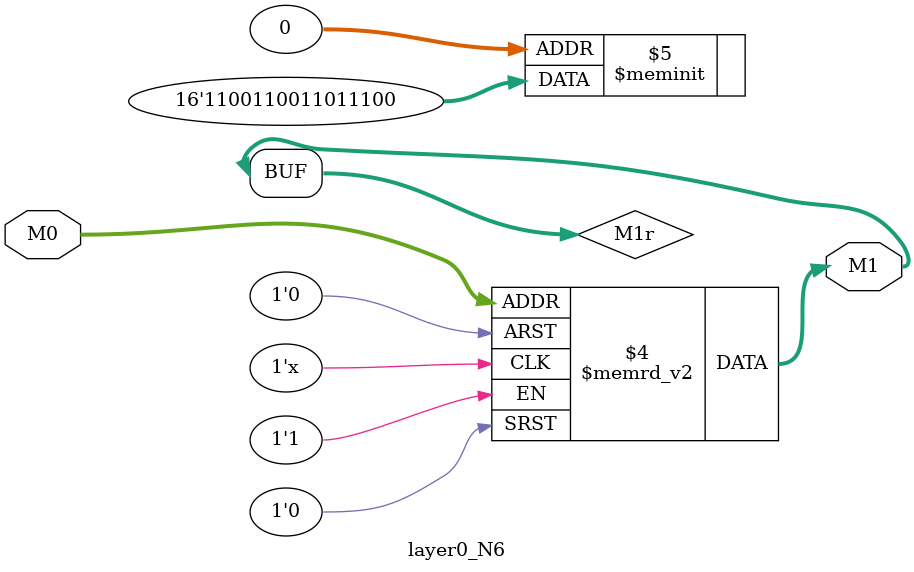
<source format=v>
module layer0_N6 ( input [2:0] M0, output [1:0] M1 );

	(*rom_style = "distributed" *) reg [1:0] M1r;
	assign M1 = M1r;
	always @ (M0) begin
		case (M0)
			3'b000: M1r = 2'b00;
			3'b100: M1r = 2'b00;
			3'b010: M1r = 2'b01;
			3'b110: M1r = 2'b00;
			3'b001: M1r = 2'b11;
			3'b101: M1r = 2'b11;
			3'b011: M1r = 2'b11;
			3'b111: M1r = 2'b11;

		endcase
	end
endmodule

</source>
